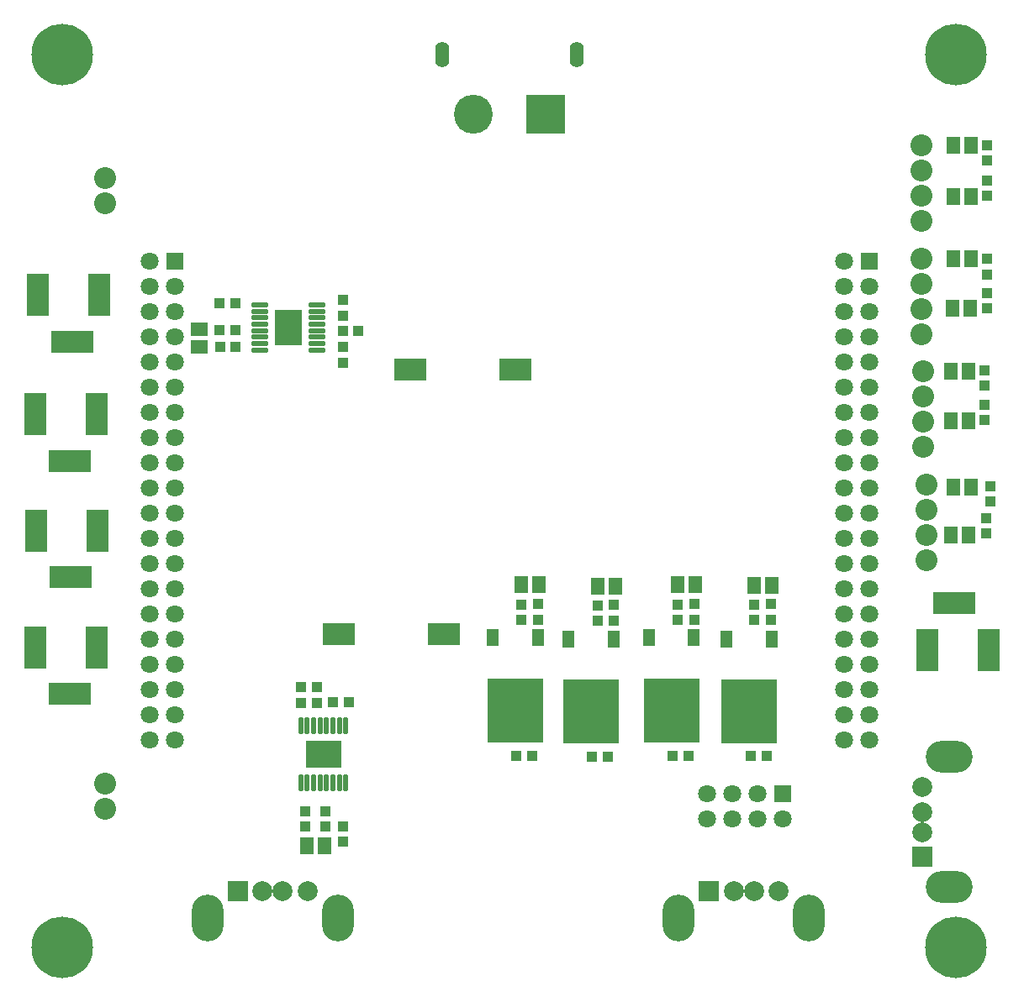
<source format=gbr>
%TF.GenerationSoftware,Altium Limited,Altium Designer,22.5.1 (42)*%
G04 Layer_Color=16711935*
%FSLAX44Y44*%
%MOMM*%
%TF.SameCoordinates,FC5E5A78-ED25-47B3-91C5-E03428921660*%
%TF.FilePolarity,Negative*%
%TF.FileFunction,Soldermask,Bot*%
%TF.Part,Single*%
G01*
G75*
%TA.AperFunction,SMDPad,CuDef*%
G04:AMPARAMS|DCode=65|XSize=1.67mm|YSize=0.51mm|CornerRadius=0.1013mm|HoleSize=0mm|Usage=FLASHONLY|Rotation=90.000|XOffset=0mm|YOffset=0mm|HoleType=Round|Shape=RoundedRectangle|*
%AMROUNDEDRECTD65*
21,1,1.6700,0.3075,0,0,90.0*
21,1,1.4675,0.5100,0,0,90.0*
1,1,0.2025,0.1538,0.7338*
1,1,0.2025,0.1538,-0.7338*
1,1,0.2025,-0.1538,-0.7338*
1,1,0.2025,-0.1538,0.7338*
%
%ADD65ROUNDEDRECTD65*%
%ADD66R,3.6032X2.6832*%
%ADD67R,1.3632X1.6732*%
%ADD68R,1.0532X1.0532*%
%ADD69R,1.0032X1.0032*%
%ADD70R,1.0032X1.0032*%
%ADD71R,3.2032X2.2032*%
%ADD72R,1.6732X1.3632*%
%ADD73R,1.0532X1.0532*%
%ADD74R,5.6032X6.4031*%
%ADD75R,1.2032X1.8032*%
%ADD76R,2.6832X3.6032*%
G04:AMPARAMS|DCode=77|XSize=1.67mm|YSize=0.51mm|CornerRadius=0.1013mm|HoleSize=0mm|Usage=FLASHONLY|Rotation=0.000|XOffset=0mm|YOffset=0mm|HoleType=Round|Shape=RoundedRectangle|*
%AMROUNDEDRECTD77*
21,1,1.6700,0.3075,0,0,0.0*
21,1,1.4675,0.5100,0,0,0.0*
1,1,0.2025,0.7338,-0.1538*
1,1,0.2025,-0.7338,-0.1538*
1,1,0.2025,-0.7338,0.1538*
1,1,0.2025,0.7338,0.1538*
%
%ADD77ROUNDEDRECTD77*%
%TA.AperFunction,ComponentPad*%
%ADD78O,1.4032X2.6032*%
%ADD79R,3.9192X3.9192*%
%ADD80C,3.9192*%
%ADD81C,2.0032*%
%ADD82R,2.0032X2.0032*%
%ADD83O,3.2032X4.7032*%
%ADD84C,2.2032*%
%ADD85C,1.8032*%
%ADD86R,1.8032X1.8032*%
%ADD87R,2.2032X4.2032*%
%ADD88R,4.2032X2.2032*%
%ADD89R,2.0032X2.0032*%
%ADD90O,4.7032X3.2032*%
%ADD91R,1.8032X1.8032*%
%ADD92C,6.2032*%
D65*
X-164750Y-283950D02*
D03*
X-171250D02*
D03*
X-177750D02*
D03*
X-184250D02*
D03*
X-190750D02*
D03*
X-197250D02*
D03*
X-203750D02*
D03*
X-210250D02*
D03*
Y-226550D02*
D03*
X-203750D02*
D03*
X-197250D02*
D03*
X-190750D02*
D03*
X-184250D02*
D03*
X-177750D02*
D03*
X-171250D02*
D03*
X-164750D02*
D03*
D66*
X-187500Y-255250D02*
D03*
D67*
X-204400Y-347500D02*
D03*
X-186600D02*
D03*
X186900Y-84000D02*
D03*
X169100D02*
D03*
X464900Y14000D02*
D03*
X447100D02*
D03*
X462108Y-34000D02*
D03*
X444307D02*
D03*
X462663Y81163D02*
D03*
X444863D02*
D03*
X462663Y131163D02*
D03*
X444863D02*
D03*
X463662Y194163D02*
D03*
X445863D02*
D03*
X446862Y244163D02*
D03*
X464663D02*
D03*
Y307162D02*
D03*
X446862D02*
D03*
X464663Y358162D02*
D03*
X446862D02*
D03*
X89100Y-85857D02*
D03*
X106900D02*
D03*
X12100Y-84697D02*
D03*
X29900D02*
D03*
X246100Y-84857D02*
D03*
X263900D02*
D03*
D68*
X-206000Y-328457D02*
D03*
Y-312957D02*
D03*
X-185000Y-312500D02*
D03*
Y-328000D02*
D03*
X-168000Y-343500D02*
D03*
Y-328000D02*
D03*
X246000Y-104250D02*
D03*
Y-119750D02*
D03*
X169000Y-104190D02*
D03*
Y-119690D02*
D03*
X88707Y-105250D02*
D03*
Y-120750D02*
D03*
X12000Y-104190D02*
D03*
Y-119690D02*
D03*
X484000Y-750D02*
D03*
Y14750D02*
D03*
X480000Y-17250D02*
D03*
Y-32750D02*
D03*
X478763Y96913D02*
D03*
Y81413D02*
D03*
Y116413D02*
D03*
Y131913D02*
D03*
X480762Y209913D02*
D03*
Y194413D02*
D03*
Y228413D02*
D03*
Y243913D02*
D03*
Y322913D02*
D03*
Y307413D02*
D03*
Y343413D02*
D03*
Y358913D02*
D03*
D69*
X-210000Y-203250D02*
D03*
Y-187250D02*
D03*
X-193957D02*
D03*
Y-203250D02*
D03*
X-167500Y203000D02*
D03*
Y187000D02*
D03*
Y154965D02*
D03*
Y138965D02*
D03*
X263000Y-104000D02*
D03*
Y-120000D02*
D03*
X186000Y-103840D02*
D03*
Y-119840D02*
D03*
X105000Y-105000D02*
D03*
Y-121000D02*
D03*
X29000Y-103840D02*
D03*
Y-119840D02*
D03*
D70*
X-161815Y-202750D02*
D03*
X-177815D02*
D03*
X-168000Y171108D02*
D03*
X-152000D02*
D03*
X23000Y-257000D02*
D03*
X7000D02*
D03*
X259000Y-257000D02*
D03*
X243000D02*
D03*
X180000D02*
D03*
X164000D02*
D03*
X99000Y-258000D02*
D03*
X83000D02*
D03*
D71*
X-65750Y-134250D02*
D03*
X-171750D02*
D03*
X6250Y132250D02*
D03*
X-99750D02*
D03*
D72*
X-312000Y172900D02*
D03*
Y155100D02*
D03*
D73*
X-276250Y199000D02*
D03*
X-291750D02*
D03*
X-276250Y171957D02*
D03*
X-291750D02*
D03*
X-291292Y155415D02*
D03*
X-275793D02*
D03*
D74*
X6000Y-211000D02*
D03*
X82000Y-212160D02*
D03*
X163000Y-211000D02*
D03*
X241000Y-212000D02*
D03*
D75*
X-16799Y-137998D02*
D03*
X28799D02*
D03*
X59201Y-139158D02*
D03*
X104799D02*
D03*
X140201Y-137998D02*
D03*
X185799D02*
D03*
X218201Y-138998D02*
D03*
X263799D02*
D03*
D76*
X-222500Y175000D02*
D03*
D77*
X-193800Y152250D02*
D03*
Y158750D02*
D03*
Y165250D02*
D03*
Y171750D02*
D03*
Y178250D02*
D03*
Y184750D02*
D03*
Y191250D02*
D03*
Y197750D02*
D03*
X-251200D02*
D03*
Y191250D02*
D03*
Y184750D02*
D03*
Y178250D02*
D03*
Y171750D02*
D03*
Y165250D02*
D03*
Y158750D02*
D03*
Y152250D02*
D03*
D78*
X67500Y450000D02*
D03*
X-67500D02*
D03*
D79*
X36000Y390000D02*
D03*
D80*
X-36000D02*
D03*
D81*
X-228500Y-393600D02*
D03*
X-203500Y-393600D02*
D03*
X-248500Y-393600D02*
D03*
X415900Y-313700D02*
D03*
X415900Y-288700D02*
D03*
X415900Y-333700D02*
D03*
X226050Y-393650D02*
D03*
X271050Y-393650D02*
D03*
X246050Y-393650D02*
D03*
D82*
X-273500Y-393600D02*
D03*
X201050Y-393650D02*
D03*
D83*
X-304200Y-420700D02*
D03*
X-172800D02*
D03*
X301750Y-420750D02*
D03*
X170350D02*
D03*
D84*
X-407500Y-285100D02*
D03*
Y-310500D02*
D03*
Y300000D02*
D03*
Y325400D02*
D03*
X419588Y-60127D02*
D03*
Y-34727D02*
D03*
Y-9327D02*
D03*
Y16073D02*
D03*
X416587Y130723D02*
D03*
Y105323D02*
D03*
Y79922D02*
D03*
Y54523D02*
D03*
X414588Y168443D02*
D03*
Y193843D02*
D03*
Y219243D02*
D03*
Y244643D02*
D03*
Y358563D02*
D03*
Y333163D02*
D03*
Y307763D02*
D03*
Y282363D02*
D03*
D85*
X337300Y-241300D02*
D03*
X362700D02*
D03*
X337300Y-190500D02*
D03*
X362700D02*
D03*
X337300Y-139700D02*
D03*
X362700D02*
D03*
X337300Y-88900D02*
D03*
X362700D02*
D03*
X337300Y-12700D02*
D03*
X362700D02*
D03*
X337300Y38100D02*
D03*
X362700D02*
D03*
X337300Y88900D02*
D03*
X362700D02*
D03*
X337300Y139700D02*
D03*
X362700D02*
D03*
X337300Y190500D02*
D03*
X362700D02*
D03*
X337300Y241300D02*
D03*
Y215900D02*
D03*
X362700D02*
D03*
Y165100D02*
D03*
X337300D02*
D03*
X362700Y114300D02*
D03*
X337300D02*
D03*
X362700Y63500D02*
D03*
X337300D02*
D03*
X362700Y12700D02*
D03*
X337300D02*
D03*
X362700Y-38100D02*
D03*
X337300D02*
D03*
X362700Y-63500D02*
D03*
X337300D02*
D03*
X362700Y-114300D02*
D03*
X337300D02*
D03*
X362700Y-165100D02*
D03*
X337300D02*
D03*
X362700Y-215900D02*
D03*
X337300D02*
D03*
X-362700D02*
D03*
X-337300D02*
D03*
X-362700Y-165100D02*
D03*
X-337300D02*
D03*
X-362700Y-114300D02*
D03*
X-337300D02*
D03*
X-362700Y-63500D02*
D03*
X-337300D02*
D03*
X-362700Y-38100D02*
D03*
X-337300D02*
D03*
X-362700Y12700D02*
D03*
X-337300D02*
D03*
X-362700Y63500D02*
D03*
X-337300D02*
D03*
X-362700Y114300D02*
D03*
X-337300D02*
D03*
X-362700Y165100D02*
D03*
X-337300D02*
D03*
Y215900D02*
D03*
X-362700D02*
D03*
Y241300D02*
D03*
X-337300Y190500D02*
D03*
X-362700D02*
D03*
X-337300Y139700D02*
D03*
X-362700D02*
D03*
X-337300Y88900D02*
D03*
X-362700D02*
D03*
X-337300Y38100D02*
D03*
X-362700D02*
D03*
X-337300Y-12700D02*
D03*
X-362700D02*
D03*
X-337300Y-88900D02*
D03*
X-362700D02*
D03*
X-337300Y-139700D02*
D03*
X-362700D02*
D03*
X-337300Y-190500D02*
D03*
X-362700D02*
D03*
X-337300Y-241300D02*
D03*
X-362700D02*
D03*
X198650Y-320450D02*
D03*
Y-295050D02*
D03*
X249450D02*
D03*
Y-320450D02*
D03*
X274850D02*
D03*
X224050Y-295050D02*
D03*
Y-320450D02*
D03*
D86*
X362700Y241300D02*
D03*
X-337300D02*
D03*
D87*
X-413000Y207500D02*
D03*
X-475000D02*
D03*
X-477500Y87500D02*
D03*
X-415500D02*
D03*
X-415000Y-30000D02*
D03*
X-477000D02*
D03*
X-477500Y-147500D02*
D03*
X-415500D02*
D03*
X420500Y-150000D02*
D03*
X482500D02*
D03*
D88*
X-440000Y160500D02*
D03*
X-442500Y40500D02*
D03*
X-442000Y-77000D02*
D03*
X-442500Y-194500D02*
D03*
X447500Y-103000D02*
D03*
D89*
X415900Y-358700D02*
D03*
D90*
X443000Y-389400D02*
D03*
Y-258000D02*
D03*
D91*
X274850Y-295050D02*
D03*
D92*
X-450000Y-450000D02*
D03*
X450000Y450000D02*
D03*
Y-450000D02*
D03*
X-450000Y450000D02*
D03*
%TF.MD5,eb3bb39723af87ced9b26ee523c47b67*%
M02*

</source>
